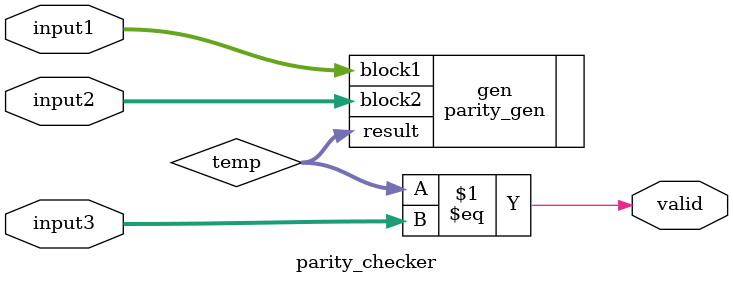
<source format=sv>

module parity_checker(
	input wire [31:0] input1,
	input wire [31:0] input2,
	input wire [31:0] input3,
	output wire valid // 1 stands for valid, 0 stands for non valid parity
);
	// no need to check which one is parity disk

	/*
	wire [31:0] block1, block2, temp;
	
	//assign block1 = (paritydisk == 2'b00) ? input2: ((paritydisk == 2'b01) ? input1: input1);
	//assign block2 = (paritydisk == 2'b00) ? input3: ((paritydisk == 2'b01) ? input3: input2);

	assign block1 = (paritydisk == 2'b00) ? input2 : input1;
	assign block2 = (paritydisk == 2'b10) ? input2 : input3;

	generator parity_bit_generator(.block1(block1),.block2(block2),.result(temp));

	assign valid = (enable == 1'b1) ? ((paritydisk == 2'b00 && input1 == temp) ? 1 : ((paritydisk == 2'b01 && input2 == temp) ? 1 : ((paritydisk == 2'b10 && input3 == temp) ? 1 : 0))): 1;*/
	wire [31:0] temp;
	parity_gen gen(.block1(input1),.block2(input2),.result(temp));
	assign valid = (temp == input3);
endmodule

</source>
